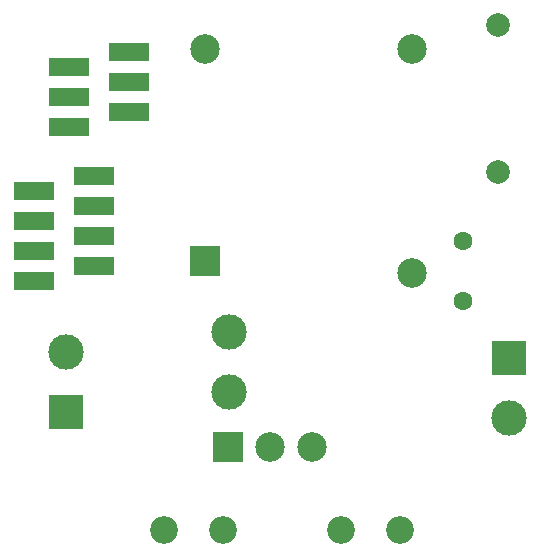
<source format=gbr>
G04 #@! TF.FileFunction,Soldermask,Bot*
%FSLAX46Y46*%
G04 Gerber Fmt 4.6, Leading zero omitted, Abs format (unit mm)*
G04 Created by KiCad (PCBNEW 4.0.0~rc1a-stable) date sam. 21 nov. 2015 23:43:42 CET*
%MOMM*%
G01*
G04 APERTURE LIST*
%ADD10C,0.150000*%
%ADD11R,3.000000X3.000000*%
%ADD12C,3.000000*%
%ADD13C,2.500000*%
%ADD14R,2.500000X2.500000*%
%ADD15R,3.497580X1.498600*%
%ADD16C,1.600000*%
%ADD17C,2.000000*%
%ADD18C,2.349500*%
G04 APERTURE END LIST*
D10*
D11*
X51250000Y-76790000D03*
D12*
X51250000Y-71710000D03*
D13*
X63000000Y-46000000D03*
D14*
X63000000Y-64000000D03*
D13*
X80500000Y-65000000D03*
X80500000Y-46000000D03*
D15*
X51460000Y-52675000D03*
X56540000Y-51405000D03*
X51460000Y-50135000D03*
X56540000Y-48865000D03*
X51460000Y-47595000D03*
X56540000Y-46325000D03*
D12*
X65000000Y-69960000D03*
X65000000Y-75040000D03*
D16*
X84800000Y-67340000D03*
X84800000Y-62260000D03*
D17*
X87800000Y-56450000D03*
X87800000Y-43970000D03*
D11*
X88750000Y-72210000D03*
D12*
X88750000Y-77290000D03*
D15*
X48460000Y-65695000D03*
X53540000Y-64425000D03*
X48460000Y-63155000D03*
X53540000Y-61885000D03*
X48460000Y-60615000D03*
X53540000Y-59345000D03*
X48460000Y-58075000D03*
X53540000Y-56805000D03*
D14*
X64944000Y-79750000D03*
D13*
X72056000Y-79750000D03*
X68500000Y-79750000D03*
D18*
X74501260Y-86750000D03*
X79499980Y-86750000D03*
X64498740Y-86750000D03*
X59500020Y-86750000D03*
M02*

</source>
